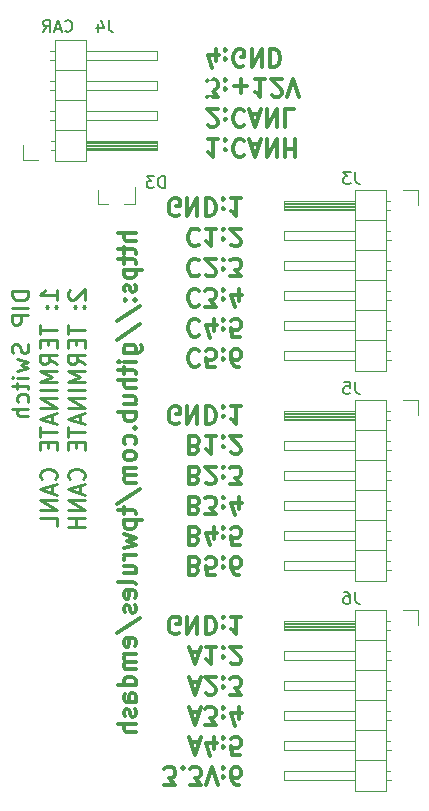
<source format=gbo>
G04 #@! TF.FileFunction,Legend,Bot*
%FSLAX46Y46*%
G04 Gerber Fmt 4.6, Leading zero omitted, Abs format (unit mm)*
G04 Created by KiCad (PCBNEW 4.0.7) date Saturday, June 23, 2018 'PMt' 03:17:16 PM*
%MOMM*%
%LPD*%
G01*
G04 APERTURE LIST*
%ADD10C,0.100000*%
%ADD11C,0.300000*%
%ADD12C,0.280000*%
%ADD13C,0.120000*%
%ADD14C,0.150000*%
%ADD15R,2.000000X2.000000*%
%ADD16O,2.000000X2.000000*%
%ADD17C,6.800000*%
%ADD18C,0.480000*%
%ADD19R,1.400000X1.400000*%
%ADD20O,1.400000X1.400000*%
%ADD21R,2.100000X2.100000*%
%ADD22O,2.100000X2.100000*%
%ADD23R,1.200000X1.300000*%
G04 APERTURE END LIST*
D10*
D11*
X234278571Y-73492855D02*
X232778571Y-73492855D01*
X234278571Y-74135712D02*
X233492857Y-74135712D01*
X233350000Y-74064283D01*
X233278571Y-73921426D01*
X233278571Y-73707141D01*
X233350000Y-73564283D01*
X233421429Y-73492855D01*
X233278571Y-74635712D02*
X233278571Y-75207141D01*
X232778571Y-74849998D02*
X234064286Y-74849998D01*
X234207143Y-74921426D01*
X234278571Y-75064284D01*
X234278571Y-75207141D01*
X233278571Y-75492855D02*
X233278571Y-76064284D01*
X232778571Y-75707141D02*
X234064286Y-75707141D01*
X234207143Y-75778569D01*
X234278571Y-75921427D01*
X234278571Y-76064284D01*
X233278571Y-76564284D02*
X234778571Y-76564284D01*
X233350000Y-76564284D02*
X233278571Y-76707141D01*
X233278571Y-76992855D01*
X233350000Y-77135712D01*
X233421429Y-77207141D01*
X233564286Y-77278570D01*
X233992857Y-77278570D01*
X234135714Y-77207141D01*
X234207143Y-77135712D01*
X234278571Y-76992855D01*
X234278571Y-76707141D01*
X234207143Y-76564284D01*
X234207143Y-77849998D02*
X234278571Y-77992855D01*
X234278571Y-78278570D01*
X234207143Y-78421427D01*
X234064286Y-78492855D01*
X233992857Y-78492855D01*
X233850000Y-78421427D01*
X233778571Y-78278570D01*
X233778571Y-78064284D01*
X233707143Y-77921427D01*
X233564286Y-77849998D01*
X233492857Y-77849998D01*
X233350000Y-77921427D01*
X233278571Y-78064284D01*
X233278571Y-78278570D01*
X233350000Y-78421427D01*
X234135714Y-79135713D02*
X234207143Y-79207141D01*
X234278571Y-79135713D01*
X234207143Y-79064284D01*
X234135714Y-79135713D01*
X234278571Y-79135713D01*
X233350000Y-79135713D02*
X233421429Y-79207141D01*
X233492857Y-79135713D01*
X233421429Y-79064284D01*
X233350000Y-79135713D01*
X233492857Y-79135713D01*
X232707143Y-80921427D02*
X234635714Y-79635713D01*
X232707143Y-82492856D02*
X234635714Y-81207142D01*
X233278571Y-83635714D02*
X234492857Y-83635714D01*
X234635714Y-83564285D01*
X234707143Y-83492857D01*
X234778571Y-83350000D01*
X234778571Y-83135714D01*
X234707143Y-82992857D01*
X234207143Y-83635714D02*
X234278571Y-83492857D01*
X234278571Y-83207143D01*
X234207143Y-83064285D01*
X234135714Y-82992857D01*
X233992857Y-82921428D01*
X233564286Y-82921428D01*
X233421429Y-82992857D01*
X233350000Y-83064285D01*
X233278571Y-83207143D01*
X233278571Y-83492857D01*
X233350000Y-83635714D01*
X234278571Y-84350000D02*
X233278571Y-84350000D01*
X232778571Y-84350000D02*
X232850000Y-84278571D01*
X232921429Y-84350000D01*
X232850000Y-84421428D01*
X232778571Y-84350000D01*
X232921429Y-84350000D01*
X233278571Y-84850000D02*
X233278571Y-85421429D01*
X232778571Y-85064286D02*
X234064286Y-85064286D01*
X234207143Y-85135714D01*
X234278571Y-85278572D01*
X234278571Y-85421429D01*
X234278571Y-85921429D02*
X232778571Y-85921429D01*
X234278571Y-86564286D02*
X233492857Y-86564286D01*
X233350000Y-86492857D01*
X233278571Y-86350000D01*
X233278571Y-86135715D01*
X233350000Y-85992857D01*
X233421429Y-85921429D01*
X233278571Y-87921429D02*
X234278571Y-87921429D01*
X233278571Y-87278572D02*
X234064286Y-87278572D01*
X234207143Y-87350000D01*
X234278571Y-87492858D01*
X234278571Y-87707143D01*
X234207143Y-87850000D01*
X234135714Y-87921429D01*
X234278571Y-88635715D02*
X232778571Y-88635715D01*
X233350000Y-88635715D02*
X233278571Y-88778572D01*
X233278571Y-89064286D01*
X233350000Y-89207143D01*
X233421429Y-89278572D01*
X233564286Y-89350001D01*
X233992857Y-89350001D01*
X234135714Y-89278572D01*
X234207143Y-89207143D01*
X234278571Y-89064286D01*
X234278571Y-88778572D01*
X234207143Y-88635715D01*
X234135714Y-89992858D02*
X234207143Y-90064286D01*
X234278571Y-89992858D01*
X234207143Y-89921429D01*
X234135714Y-89992858D01*
X234278571Y-89992858D01*
X234207143Y-91350001D02*
X234278571Y-91207144D01*
X234278571Y-90921430D01*
X234207143Y-90778572D01*
X234135714Y-90707144D01*
X233992857Y-90635715D01*
X233564286Y-90635715D01*
X233421429Y-90707144D01*
X233350000Y-90778572D01*
X233278571Y-90921430D01*
X233278571Y-91207144D01*
X233350000Y-91350001D01*
X234278571Y-92207144D02*
X234207143Y-92064286D01*
X234135714Y-91992858D01*
X233992857Y-91921429D01*
X233564286Y-91921429D01*
X233421429Y-91992858D01*
X233350000Y-92064286D01*
X233278571Y-92207144D01*
X233278571Y-92421429D01*
X233350000Y-92564286D01*
X233421429Y-92635715D01*
X233564286Y-92707144D01*
X233992857Y-92707144D01*
X234135714Y-92635715D01*
X234207143Y-92564286D01*
X234278571Y-92421429D01*
X234278571Y-92207144D01*
X234278571Y-93350001D02*
X233278571Y-93350001D01*
X233421429Y-93350001D02*
X233350000Y-93421429D01*
X233278571Y-93564287D01*
X233278571Y-93778572D01*
X233350000Y-93921429D01*
X233492857Y-93992858D01*
X234278571Y-93992858D01*
X233492857Y-93992858D02*
X233350000Y-94064287D01*
X233278571Y-94207144D01*
X233278571Y-94421429D01*
X233350000Y-94564287D01*
X233492857Y-94635715D01*
X234278571Y-94635715D01*
X232707143Y-96421429D02*
X234635714Y-95135715D01*
X233278571Y-96707144D02*
X233278571Y-97278573D01*
X232778571Y-96921430D02*
X234064286Y-96921430D01*
X234207143Y-96992858D01*
X234278571Y-97135716D01*
X234278571Y-97278573D01*
X233278571Y-97778573D02*
X234778571Y-97778573D01*
X233350000Y-97778573D02*
X233278571Y-97921430D01*
X233278571Y-98207144D01*
X233350000Y-98350001D01*
X233421429Y-98421430D01*
X233564286Y-98492859D01*
X233992857Y-98492859D01*
X234135714Y-98421430D01*
X234207143Y-98350001D01*
X234278571Y-98207144D01*
X234278571Y-97921430D01*
X234207143Y-97778573D01*
X233278571Y-98992859D02*
X234278571Y-99278573D01*
X233564286Y-99564287D01*
X234278571Y-99850002D01*
X233278571Y-100135716D01*
X234278571Y-100707145D02*
X233278571Y-100707145D01*
X233564286Y-100707145D02*
X233421429Y-100778573D01*
X233350000Y-100850002D01*
X233278571Y-100992859D01*
X233278571Y-101135716D01*
X233278571Y-102278573D02*
X234278571Y-102278573D01*
X233278571Y-101635716D02*
X234064286Y-101635716D01*
X234207143Y-101707144D01*
X234278571Y-101850002D01*
X234278571Y-102064287D01*
X234207143Y-102207144D01*
X234135714Y-102278573D01*
X234278571Y-103207145D02*
X234207143Y-103064287D01*
X234064286Y-102992859D01*
X232778571Y-102992859D01*
X234207143Y-104350001D02*
X234278571Y-104207144D01*
X234278571Y-103921430D01*
X234207143Y-103778573D01*
X234064286Y-103707144D01*
X233492857Y-103707144D01*
X233350000Y-103778573D01*
X233278571Y-103921430D01*
X233278571Y-104207144D01*
X233350000Y-104350001D01*
X233492857Y-104421430D01*
X233635714Y-104421430D01*
X233778571Y-103707144D01*
X234207143Y-104992858D02*
X234278571Y-105135715D01*
X234278571Y-105421430D01*
X234207143Y-105564287D01*
X234064286Y-105635715D01*
X233992857Y-105635715D01*
X233850000Y-105564287D01*
X233778571Y-105421430D01*
X233778571Y-105207144D01*
X233707143Y-105064287D01*
X233564286Y-104992858D01*
X233492857Y-104992858D01*
X233350000Y-105064287D01*
X233278571Y-105207144D01*
X233278571Y-105421430D01*
X233350000Y-105564287D01*
X232707143Y-107350001D02*
X234635714Y-106064287D01*
X234207143Y-108421430D02*
X234278571Y-108278573D01*
X234278571Y-107992859D01*
X234207143Y-107850002D01*
X234064286Y-107778573D01*
X233492857Y-107778573D01*
X233350000Y-107850002D01*
X233278571Y-107992859D01*
X233278571Y-108278573D01*
X233350000Y-108421430D01*
X233492857Y-108492859D01*
X233635714Y-108492859D01*
X233778571Y-107778573D01*
X234278571Y-109135716D02*
X233278571Y-109135716D01*
X233421429Y-109135716D02*
X233350000Y-109207144D01*
X233278571Y-109350002D01*
X233278571Y-109564287D01*
X233350000Y-109707144D01*
X233492857Y-109778573D01*
X234278571Y-109778573D01*
X233492857Y-109778573D02*
X233350000Y-109850002D01*
X233278571Y-109992859D01*
X233278571Y-110207144D01*
X233350000Y-110350002D01*
X233492857Y-110421430D01*
X234278571Y-110421430D01*
X234278571Y-111778573D02*
X232778571Y-111778573D01*
X234207143Y-111778573D02*
X234278571Y-111635716D01*
X234278571Y-111350002D01*
X234207143Y-111207144D01*
X234135714Y-111135716D01*
X233992857Y-111064287D01*
X233564286Y-111064287D01*
X233421429Y-111135716D01*
X233350000Y-111207144D01*
X233278571Y-111350002D01*
X233278571Y-111635716D01*
X233350000Y-111778573D01*
X234278571Y-113135716D02*
X233492857Y-113135716D01*
X233350000Y-113064287D01*
X233278571Y-112921430D01*
X233278571Y-112635716D01*
X233350000Y-112492859D01*
X234207143Y-113135716D02*
X234278571Y-112992859D01*
X234278571Y-112635716D01*
X234207143Y-112492859D01*
X234064286Y-112421430D01*
X233921429Y-112421430D01*
X233778571Y-112492859D01*
X233707143Y-112635716D01*
X233707143Y-112992859D01*
X233635714Y-113135716D01*
X234207143Y-113778573D02*
X234278571Y-113921430D01*
X234278571Y-114207145D01*
X234207143Y-114350002D01*
X234064286Y-114421430D01*
X233992857Y-114421430D01*
X233850000Y-114350002D01*
X233778571Y-114207145D01*
X233778571Y-113992859D01*
X233707143Y-113850002D01*
X233564286Y-113778573D01*
X233492857Y-113778573D01*
X233350000Y-113850002D01*
X233278571Y-113992859D01*
X233278571Y-114207145D01*
X233350000Y-114350002D01*
X234278571Y-115064288D02*
X232778571Y-115064288D01*
X234278571Y-115707145D02*
X233492857Y-115707145D01*
X233350000Y-115635716D01*
X233278571Y-115492859D01*
X233278571Y-115278574D01*
X233350000Y-115135716D01*
X233421429Y-115064288D01*
X239642858Y-83439286D02*
X239571429Y-83367857D01*
X239357143Y-83296429D01*
X239214286Y-83296429D01*
X239000001Y-83367857D01*
X238857143Y-83510714D01*
X238785715Y-83653571D01*
X238714286Y-83939286D01*
X238714286Y-84153571D01*
X238785715Y-84439286D01*
X238857143Y-84582143D01*
X239000001Y-84725000D01*
X239214286Y-84796429D01*
X239357143Y-84796429D01*
X239571429Y-84725000D01*
X239642858Y-84653571D01*
X241000001Y-84796429D02*
X240285715Y-84796429D01*
X240214286Y-84082143D01*
X240285715Y-84153571D01*
X240428572Y-84225000D01*
X240785715Y-84225000D01*
X240928572Y-84153571D01*
X241000001Y-84082143D01*
X241071429Y-83939286D01*
X241071429Y-83582143D01*
X241000001Y-83439286D01*
X240928572Y-83367857D01*
X240785715Y-83296429D01*
X240428572Y-83296429D01*
X240285715Y-83367857D01*
X240214286Y-83439286D01*
X241714286Y-83439286D02*
X241785714Y-83367857D01*
X241714286Y-83296429D01*
X241642857Y-83367857D01*
X241714286Y-83439286D01*
X241714286Y-83296429D01*
X241714286Y-84225000D02*
X241785714Y-84153571D01*
X241714286Y-84082143D01*
X241642857Y-84153571D01*
X241714286Y-84225000D01*
X241714286Y-84082143D01*
X243071429Y-84796429D02*
X242785715Y-84796429D01*
X242642858Y-84725000D01*
X242571429Y-84653571D01*
X242428572Y-84439286D01*
X242357143Y-84153571D01*
X242357143Y-83582143D01*
X242428572Y-83439286D01*
X242500000Y-83367857D01*
X242642858Y-83296429D01*
X242928572Y-83296429D01*
X243071429Y-83367857D01*
X243142858Y-83439286D01*
X243214286Y-83582143D01*
X243214286Y-83939286D01*
X243142858Y-84082143D01*
X243071429Y-84153571D01*
X242928572Y-84225000D01*
X242642858Y-84225000D01*
X242500000Y-84153571D01*
X242428572Y-84082143D01*
X242357143Y-83939286D01*
X239642858Y-80889286D02*
X239571429Y-80817857D01*
X239357143Y-80746429D01*
X239214286Y-80746429D01*
X239000001Y-80817857D01*
X238857143Y-80960714D01*
X238785715Y-81103571D01*
X238714286Y-81389286D01*
X238714286Y-81603571D01*
X238785715Y-81889286D01*
X238857143Y-82032143D01*
X239000001Y-82175000D01*
X239214286Y-82246429D01*
X239357143Y-82246429D01*
X239571429Y-82175000D01*
X239642858Y-82103571D01*
X240928572Y-81746429D02*
X240928572Y-80746429D01*
X240571429Y-82317857D02*
X240214286Y-81246429D01*
X241142858Y-81246429D01*
X241714286Y-80889286D02*
X241785714Y-80817857D01*
X241714286Y-80746429D01*
X241642857Y-80817857D01*
X241714286Y-80889286D01*
X241714286Y-80746429D01*
X241714286Y-81675000D02*
X241785714Y-81603571D01*
X241714286Y-81532143D01*
X241642857Y-81603571D01*
X241714286Y-81675000D01*
X241714286Y-81532143D01*
X243142858Y-82246429D02*
X242428572Y-82246429D01*
X242357143Y-81532143D01*
X242428572Y-81603571D01*
X242571429Y-81675000D01*
X242928572Y-81675000D01*
X243071429Y-81603571D01*
X243142858Y-81532143D01*
X243214286Y-81389286D01*
X243214286Y-81032143D01*
X243142858Y-80889286D01*
X243071429Y-80817857D01*
X242928572Y-80746429D01*
X242571429Y-80746429D01*
X242428572Y-80817857D01*
X242357143Y-80889286D01*
X239642858Y-78339286D02*
X239571429Y-78267857D01*
X239357143Y-78196429D01*
X239214286Y-78196429D01*
X239000001Y-78267857D01*
X238857143Y-78410714D01*
X238785715Y-78553571D01*
X238714286Y-78839286D01*
X238714286Y-79053571D01*
X238785715Y-79339286D01*
X238857143Y-79482143D01*
X239000001Y-79625000D01*
X239214286Y-79696429D01*
X239357143Y-79696429D01*
X239571429Y-79625000D01*
X239642858Y-79553571D01*
X240142858Y-79696429D02*
X241071429Y-79696429D01*
X240571429Y-79125000D01*
X240785715Y-79125000D01*
X240928572Y-79053571D01*
X241000001Y-78982143D01*
X241071429Y-78839286D01*
X241071429Y-78482143D01*
X241000001Y-78339286D01*
X240928572Y-78267857D01*
X240785715Y-78196429D01*
X240357143Y-78196429D01*
X240214286Y-78267857D01*
X240142858Y-78339286D01*
X241714286Y-78339286D02*
X241785714Y-78267857D01*
X241714286Y-78196429D01*
X241642857Y-78267857D01*
X241714286Y-78339286D01*
X241714286Y-78196429D01*
X241714286Y-79125000D02*
X241785714Y-79053571D01*
X241714286Y-78982143D01*
X241642857Y-79053571D01*
X241714286Y-79125000D01*
X241714286Y-78982143D01*
X243071429Y-79196429D02*
X243071429Y-78196429D01*
X242714286Y-79767857D02*
X242357143Y-78696429D01*
X243285715Y-78696429D01*
X239642858Y-75789286D02*
X239571429Y-75717857D01*
X239357143Y-75646429D01*
X239214286Y-75646429D01*
X239000001Y-75717857D01*
X238857143Y-75860714D01*
X238785715Y-76003571D01*
X238714286Y-76289286D01*
X238714286Y-76503571D01*
X238785715Y-76789286D01*
X238857143Y-76932143D01*
X239000001Y-77075000D01*
X239214286Y-77146429D01*
X239357143Y-77146429D01*
X239571429Y-77075000D01*
X239642858Y-77003571D01*
X240214286Y-77003571D02*
X240285715Y-77075000D01*
X240428572Y-77146429D01*
X240785715Y-77146429D01*
X240928572Y-77075000D01*
X241000001Y-77003571D01*
X241071429Y-76860714D01*
X241071429Y-76717857D01*
X241000001Y-76503571D01*
X240142858Y-75646429D01*
X241071429Y-75646429D01*
X241714286Y-75789286D02*
X241785714Y-75717857D01*
X241714286Y-75646429D01*
X241642857Y-75717857D01*
X241714286Y-75789286D01*
X241714286Y-75646429D01*
X241714286Y-76575000D02*
X241785714Y-76503571D01*
X241714286Y-76432143D01*
X241642857Y-76503571D01*
X241714286Y-76575000D01*
X241714286Y-76432143D01*
X242285715Y-77146429D02*
X243214286Y-77146429D01*
X242714286Y-76575000D01*
X242928572Y-76575000D01*
X243071429Y-76503571D01*
X243142858Y-76432143D01*
X243214286Y-76289286D01*
X243214286Y-75932143D01*
X243142858Y-75789286D01*
X243071429Y-75717857D01*
X242928572Y-75646429D01*
X242500000Y-75646429D01*
X242357143Y-75717857D01*
X242285715Y-75789286D01*
X239642858Y-73239286D02*
X239571429Y-73167857D01*
X239357143Y-73096429D01*
X239214286Y-73096429D01*
X239000001Y-73167857D01*
X238857143Y-73310714D01*
X238785715Y-73453571D01*
X238714286Y-73739286D01*
X238714286Y-73953571D01*
X238785715Y-74239286D01*
X238857143Y-74382143D01*
X239000001Y-74525000D01*
X239214286Y-74596429D01*
X239357143Y-74596429D01*
X239571429Y-74525000D01*
X239642858Y-74453571D01*
X241071429Y-73096429D02*
X240214286Y-73096429D01*
X240642858Y-73096429D02*
X240642858Y-74596429D01*
X240500001Y-74382143D01*
X240357143Y-74239286D01*
X240214286Y-74167857D01*
X241714286Y-73239286D02*
X241785714Y-73167857D01*
X241714286Y-73096429D01*
X241642857Y-73167857D01*
X241714286Y-73239286D01*
X241714286Y-73096429D01*
X241714286Y-74025000D02*
X241785714Y-73953571D01*
X241714286Y-73882143D01*
X241642857Y-73953571D01*
X241714286Y-74025000D01*
X241714286Y-73882143D01*
X242357143Y-74453571D02*
X242428572Y-74525000D01*
X242571429Y-74596429D01*
X242928572Y-74596429D01*
X243071429Y-74525000D01*
X243142858Y-74453571D01*
X243214286Y-74310714D01*
X243214286Y-74167857D01*
X243142858Y-73953571D01*
X242285715Y-73096429D01*
X243214286Y-73096429D01*
X237928571Y-71975000D02*
X237785714Y-72046429D01*
X237571428Y-72046429D01*
X237357143Y-71975000D01*
X237214285Y-71832143D01*
X237142857Y-71689286D01*
X237071428Y-71403571D01*
X237071428Y-71189286D01*
X237142857Y-70903571D01*
X237214285Y-70760714D01*
X237357143Y-70617857D01*
X237571428Y-70546429D01*
X237714285Y-70546429D01*
X237928571Y-70617857D01*
X238000000Y-70689286D01*
X238000000Y-71189286D01*
X237714285Y-71189286D01*
X238642857Y-70546429D02*
X238642857Y-72046429D01*
X239500000Y-70546429D01*
X239500000Y-72046429D01*
X240214286Y-70546429D02*
X240214286Y-72046429D01*
X240571429Y-72046429D01*
X240785714Y-71975000D01*
X240928572Y-71832143D01*
X241000000Y-71689286D01*
X241071429Y-71403571D01*
X241071429Y-71189286D01*
X241000000Y-70903571D01*
X240928572Y-70760714D01*
X240785714Y-70617857D01*
X240571429Y-70546429D01*
X240214286Y-70546429D01*
X241714286Y-70689286D02*
X241785714Y-70617857D01*
X241714286Y-70546429D01*
X241642857Y-70617857D01*
X241714286Y-70689286D01*
X241714286Y-70546429D01*
X241714286Y-71475000D02*
X241785714Y-71403571D01*
X241714286Y-71332143D01*
X241642857Y-71403571D01*
X241714286Y-71475000D01*
X241714286Y-71332143D01*
X243214286Y-70546429D02*
X242357143Y-70546429D01*
X242785715Y-70546429D02*
X242785715Y-72046429D01*
X242642858Y-71832143D01*
X242500000Y-71689286D01*
X242357143Y-71617857D01*
X241242857Y-65546429D02*
X240385714Y-65546429D01*
X240814286Y-65546429D02*
X240814286Y-67046429D01*
X240671429Y-66832143D01*
X240528571Y-66689286D01*
X240385714Y-66617857D01*
X241885714Y-65689286D02*
X241957142Y-65617857D01*
X241885714Y-65546429D01*
X241814285Y-65617857D01*
X241885714Y-65689286D01*
X241885714Y-65546429D01*
X241885714Y-66475000D02*
X241957142Y-66403571D01*
X241885714Y-66332143D01*
X241814285Y-66403571D01*
X241885714Y-66475000D01*
X241885714Y-66332143D01*
X243457143Y-65689286D02*
X243385714Y-65617857D01*
X243171428Y-65546429D01*
X243028571Y-65546429D01*
X242814286Y-65617857D01*
X242671428Y-65760714D01*
X242600000Y-65903571D01*
X242528571Y-66189286D01*
X242528571Y-66403571D01*
X242600000Y-66689286D01*
X242671428Y-66832143D01*
X242814286Y-66975000D01*
X243028571Y-67046429D01*
X243171428Y-67046429D01*
X243385714Y-66975000D01*
X243457143Y-66903571D01*
X244028571Y-65975000D02*
X244742857Y-65975000D01*
X243885714Y-65546429D02*
X244385714Y-67046429D01*
X244885714Y-65546429D01*
X245385714Y-65546429D02*
X245385714Y-67046429D01*
X246242857Y-65546429D01*
X246242857Y-67046429D01*
X246957143Y-65546429D02*
X246957143Y-67046429D01*
X246957143Y-66332143D02*
X247814286Y-66332143D01*
X247814286Y-65546429D02*
X247814286Y-67046429D01*
X240385714Y-64353571D02*
X240457143Y-64425000D01*
X240600000Y-64496429D01*
X240957143Y-64496429D01*
X241100000Y-64425000D01*
X241171429Y-64353571D01*
X241242857Y-64210714D01*
X241242857Y-64067857D01*
X241171429Y-63853571D01*
X240314286Y-62996429D01*
X241242857Y-62996429D01*
X241885714Y-63139286D02*
X241957142Y-63067857D01*
X241885714Y-62996429D01*
X241814285Y-63067857D01*
X241885714Y-63139286D01*
X241885714Y-62996429D01*
X241885714Y-63925000D02*
X241957142Y-63853571D01*
X241885714Y-63782143D01*
X241814285Y-63853571D01*
X241885714Y-63925000D01*
X241885714Y-63782143D01*
X243457143Y-63139286D02*
X243385714Y-63067857D01*
X243171428Y-62996429D01*
X243028571Y-62996429D01*
X242814286Y-63067857D01*
X242671428Y-63210714D01*
X242600000Y-63353571D01*
X242528571Y-63639286D01*
X242528571Y-63853571D01*
X242600000Y-64139286D01*
X242671428Y-64282143D01*
X242814286Y-64425000D01*
X243028571Y-64496429D01*
X243171428Y-64496429D01*
X243385714Y-64425000D01*
X243457143Y-64353571D01*
X244028571Y-63425000D02*
X244742857Y-63425000D01*
X243885714Y-62996429D02*
X244385714Y-64496429D01*
X244885714Y-62996429D01*
X245385714Y-62996429D02*
X245385714Y-64496429D01*
X246242857Y-62996429D01*
X246242857Y-64496429D01*
X247671429Y-62996429D02*
X246957143Y-62996429D01*
X246957143Y-64496429D01*
X240314286Y-61946429D02*
X241242857Y-61946429D01*
X240742857Y-61375000D01*
X240957143Y-61375000D01*
X241100000Y-61303571D01*
X241171429Y-61232143D01*
X241242857Y-61089286D01*
X241242857Y-60732143D01*
X241171429Y-60589286D01*
X241100000Y-60517857D01*
X240957143Y-60446429D01*
X240528571Y-60446429D01*
X240385714Y-60517857D01*
X240314286Y-60589286D01*
X241885714Y-60589286D02*
X241957142Y-60517857D01*
X241885714Y-60446429D01*
X241814285Y-60517857D01*
X241885714Y-60589286D01*
X241885714Y-60446429D01*
X241885714Y-61375000D02*
X241957142Y-61303571D01*
X241885714Y-61232143D01*
X241814285Y-61303571D01*
X241885714Y-61375000D01*
X241885714Y-61232143D01*
X242600000Y-61017857D02*
X243742857Y-61017857D01*
X243171428Y-60446429D02*
X243171428Y-61589286D01*
X245242857Y-60446429D02*
X244385714Y-60446429D01*
X244814286Y-60446429D02*
X244814286Y-61946429D01*
X244671429Y-61732143D01*
X244528571Y-61589286D01*
X244385714Y-61517857D01*
X245814285Y-61803571D02*
X245885714Y-61875000D01*
X246028571Y-61946429D01*
X246385714Y-61946429D01*
X246528571Y-61875000D01*
X246600000Y-61803571D01*
X246671428Y-61660714D01*
X246671428Y-61517857D01*
X246600000Y-61303571D01*
X245742857Y-60446429D01*
X246671428Y-60446429D01*
X247099999Y-61946429D02*
X247599999Y-60446429D01*
X248099999Y-61946429D01*
X241100000Y-58896429D02*
X241100000Y-57896429D01*
X240742857Y-59467857D02*
X240385714Y-58396429D01*
X241314286Y-58396429D01*
X241885714Y-58039286D02*
X241957142Y-57967857D01*
X241885714Y-57896429D01*
X241814285Y-57967857D01*
X241885714Y-58039286D01*
X241885714Y-57896429D01*
X241885714Y-58825000D02*
X241957142Y-58753571D01*
X241885714Y-58682143D01*
X241814285Y-58753571D01*
X241885714Y-58825000D01*
X241885714Y-58682143D01*
X243385714Y-59325000D02*
X243242857Y-59396429D01*
X243028571Y-59396429D01*
X242814286Y-59325000D01*
X242671428Y-59182143D01*
X242600000Y-59039286D01*
X242528571Y-58753571D01*
X242528571Y-58539286D01*
X242600000Y-58253571D01*
X242671428Y-58110714D01*
X242814286Y-57967857D01*
X243028571Y-57896429D01*
X243171428Y-57896429D01*
X243385714Y-57967857D01*
X243457143Y-58039286D01*
X243457143Y-58539286D01*
X243171428Y-58539286D01*
X244100000Y-57896429D02*
X244100000Y-59396429D01*
X244957143Y-57896429D01*
X244957143Y-59396429D01*
X245671429Y-57896429D02*
X245671429Y-59396429D01*
X246028572Y-59396429D01*
X246242857Y-59325000D01*
X246385715Y-59182143D01*
X246457143Y-59039286D01*
X246528572Y-58753571D01*
X246528572Y-58539286D01*
X246457143Y-58253571D01*
X246385715Y-58110714D01*
X246242857Y-57967857D01*
X246028572Y-57896429D01*
X245671429Y-57896429D01*
X236714287Y-120196429D02*
X237642858Y-120196429D01*
X237142858Y-119625000D01*
X237357144Y-119625000D01*
X237500001Y-119553571D01*
X237571430Y-119482143D01*
X237642858Y-119339286D01*
X237642858Y-118982143D01*
X237571430Y-118839286D01*
X237500001Y-118767857D01*
X237357144Y-118696429D01*
X236928572Y-118696429D01*
X236785715Y-118767857D01*
X236714287Y-118839286D01*
X238285715Y-118839286D02*
X238357143Y-118767857D01*
X238285715Y-118696429D01*
X238214286Y-118767857D01*
X238285715Y-118839286D01*
X238285715Y-118696429D01*
X238857144Y-120196429D02*
X239785715Y-120196429D01*
X239285715Y-119625000D01*
X239500001Y-119625000D01*
X239642858Y-119553571D01*
X239714287Y-119482143D01*
X239785715Y-119339286D01*
X239785715Y-118982143D01*
X239714287Y-118839286D01*
X239642858Y-118767857D01*
X239500001Y-118696429D01*
X239071429Y-118696429D01*
X238928572Y-118767857D01*
X238857144Y-118839286D01*
X240214286Y-120196429D02*
X240714286Y-118696429D01*
X241214286Y-120196429D01*
X241714286Y-118839286D02*
X241785714Y-118767857D01*
X241714286Y-118696429D01*
X241642857Y-118767857D01*
X241714286Y-118839286D01*
X241714286Y-118696429D01*
X241714286Y-119625000D02*
X241785714Y-119553571D01*
X241714286Y-119482143D01*
X241642857Y-119553571D01*
X241714286Y-119625000D01*
X241714286Y-119482143D01*
X243071429Y-120196429D02*
X242785715Y-120196429D01*
X242642858Y-120125000D01*
X242571429Y-120053571D01*
X242428572Y-119839286D01*
X242357143Y-119553571D01*
X242357143Y-118982143D01*
X242428572Y-118839286D01*
X242500000Y-118767857D01*
X242642858Y-118696429D01*
X242928572Y-118696429D01*
X243071429Y-118767857D01*
X243142858Y-118839286D01*
X243214286Y-118982143D01*
X243214286Y-119339286D01*
X243142858Y-119482143D01*
X243071429Y-119553571D01*
X242928572Y-119625000D01*
X242642858Y-119625000D01*
X242500000Y-119553571D01*
X242428572Y-119482143D01*
X242357143Y-119339286D01*
X238928572Y-116575000D02*
X239642858Y-116575000D01*
X238785715Y-116146429D02*
X239285715Y-117646429D01*
X239785715Y-116146429D01*
X240928572Y-117146429D02*
X240928572Y-116146429D01*
X240571429Y-117717857D02*
X240214286Y-116646429D01*
X241142858Y-116646429D01*
X241714286Y-116289286D02*
X241785714Y-116217857D01*
X241714286Y-116146429D01*
X241642857Y-116217857D01*
X241714286Y-116289286D01*
X241714286Y-116146429D01*
X241714286Y-117075000D02*
X241785714Y-117003571D01*
X241714286Y-116932143D01*
X241642857Y-117003571D01*
X241714286Y-117075000D01*
X241714286Y-116932143D01*
X243142858Y-117646429D02*
X242428572Y-117646429D01*
X242357143Y-116932143D01*
X242428572Y-117003571D01*
X242571429Y-117075000D01*
X242928572Y-117075000D01*
X243071429Y-117003571D01*
X243142858Y-116932143D01*
X243214286Y-116789286D01*
X243214286Y-116432143D01*
X243142858Y-116289286D01*
X243071429Y-116217857D01*
X242928572Y-116146429D01*
X242571429Y-116146429D01*
X242428572Y-116217857D01*
X242357143Y-116289286D01*
X238928572Y-114025000D02*
X239642858Y-114025000D01*
X238785715Y-113596429D02*
X239285715Y-115096429D01*
X239785715Y-113596429D01*
X240142858Y-115096429D02*
X241071429Y-115096429D01*
X240571429Y-114525000D01*
X240785715Y-114525000D01*
X240928572Y-114453571D01*
X241000001Y-114382143D01*
X241071429Y-114239286D01*
X241071429Y-113882143D01*
X241000001Y-113739286D01*
X240928572Y-113667857D01*
X240785715Y-113596429D01*
X240357143Y-113596429D01*
X240214286Y-113667857D01*
X240142858Y-113739286D01*
X241714286Y-113739286D02*
X241785714Y-113667857D01*
X241714286Y-113596429D01*
X241642857Y-113667857D01*
X241714286Y-113739286D01*
X241714286Y-113596429D01*
X241714286Y-114525000D02*
X241785714Y-114453571D01*
X241714286Y-114382143D01*
X241642857Y-114453571D01*
X241714286Y-114525000D01*
X241714286Y-114382143D01*
X243071429Y-114596429D02*
X243071429Y-113596429D01*
X242714286Y-115167857D02*
X242357143Y-114096429D01*
X243285715Y-114096429D01*
X238928572Y-111475000D02*
X239642858Y-111475000D01*
X238785715Y-111046429D02*
X239285715Y-112546429D01*
X239785715Y-111046429D01*
X240214286Y-112403571D02*
X240285715Y-112475000D01*
X240428572Y-112546429D01*
X240785715Y-112546429D01*
X240928572Y-112475000D01*
X241000001Y-112403571D01*
X241071429Y-112260714D01*
X241071429Y-112117857D01*
X241000001Y-111903571D01*
X240142858Y-111046429D01*
X241071429Y-111046429D01*
X241714286Y-111189286D02*
X241785714Y-111117857D01*
X241714286Y-111046429D01*
X241642857Y-111117857D01*
X241714286Y-111189286D01*
X241714286Y-111046429D01*
X241714286Y-111975000D02*
X241785714Y-111903571D01*
X241714286Y-111832143D01*
X241642857Y-111903571D01*
X241714286Y-111975000D01*
X241714286Y-111832143D01*
X242285715Y-112546429D02*
X243214286Y-112546429D01*
X242714286Y-111975000D01*
X242928572Y-111975000D01*
X243071429Y-111903571D01*
X243142858Y-111832143D01*
X243214286Y-111689286D01*
X243214286Y-111332143D01*
X243142858Y-111189286D01*
X243071429Y-111117857D01*
X242928572Y-111046429D01*
X242500000Y-111046429D01*
X242357143Y-111117857D01*
X242285715Y-111189286D01*
X238928572Y-108925000D02*
X239642858Y-108925000D01*
X238785715Y-108496429D02*
X239285715Y-109996429D01*
X239785715Y-108496429D01*
X241071429Y-108496429D02*
X240214286Y-108496429D01*
X240642858Y-108496429D02*
X240642858Y-109996429D01*
X240500001Y-109782143D01*
X240357143Y-109639286D01*
X240214286Y-109567857D01*
X241714286Y-108639286D02*
X241785714Y-108567857D01*
X241714286Y-108496429D01*
X241642857Y-108567857D01*
X241714286Y-108639286D01*
X241714286Y-108496429D01*
X241714286Y-109425000D02*
X241785714Y-109353571D01*
X241714286Y-109282143D01*
X241642857Y-109353571D01*
X241714286Y-109425000D01*
X241714286Y-109282143D01*
X242357143Y-109853571D02*
X242428572Y-109925000D01*
X242571429Y-109996429D01*
X242928572Y-109996429D01*
X243071429Y-109925000D01*
X243142858Y-109853571D01*
X243214286Y-109710714D01*
X243214286Y-109567857D01*
X243142858Y-109353571D01*
X242285715Y-108496429D01*
X243214286Y-108496429D01*
X237928571Y-107375000D02*
X237785714Y-107446429D01*
X237571428Y-107446429D01*
X237357143Y-107375000D01*
X237214285Y-107232143D01*
X237142857Y-107089286D01*
X237071428Y-106803571D01*
X237071428Y-106589286D01*
X237142857Y-106303571D01*
X237214285Y-106160714D01*
X237357143Y-106017857D01*
X237571428Y-105946429D01*
X237714285Y-105946429D01*
X237928571Y-106017857D01*
X238000000Y-106089286D01*
X238000000Y-106589286D01*
X237714285Y-106589286D01*
X238642857Y-105946429D02*
X238642857Y-107446429D01*
X239500000Y-105946429D01*
X239500000Y-107446429D01*
X240214286Y-105946429D02*
X240214286Y-107446429D01*
X240571429Y-107446429D01*
X240785714Y-107375000D01*
X240928572Y-107232143D01*
X241000000Y-107089286D01*
X241071429Y-106803571D01*
X241071429Y-106589286D01*
X241000000Y-106303571D01*
X240928572Y-106160714D01*
X240785714Y-106017857D01*
X240571429Y-105946429D01*
X240214286Y-105946429D01*
X241714286Y-106089286D02*
X241785714Y-106017857D01*
X241714286Y-105946429D01*
X241642857Y-106017857D01*
X241714286Y-106089286D01*
X241714286Y-105946429D01*
X241714286Y-106875000D02*
X241785714Y-106803571D01*
X241714286Y-106732143D01*
X241642857Y-106803571D01*
X241714286Y-106875000D01*
X241714286Y-106732143D01*
X243214286Y-105946429D02*
X242357143Y-105946429D01*
X242785715Y-105946429D02*
X242785715Y-107446429D01*
X242642858Y-107232143D01*
X242500000Y-107089286D01*
X242357143Y-107017857D01*
X239285715Y-101682143D02*
X239500001Y-101610714D01*
X239571429Y-101539286D01*
X239642858Y-101396429D01*
X239642858Y-101182143D01*
X239571429Y-101039286D01*
X239500001Y-100967857D01*
X239357143Y-100896429D01*
X238785715Y-100896429D01*
X238785715Y-102396429D01*
X239285715Y-102396429D01*
X239428572Y-102325000D01*
X239500001Y-102253571D01*
X239571429Y-102110714D01*
X239571429Y-101967857D01*
X239500001Y-101825000D01*
X239428572Y-101753571D01*
X239285715Y-101682143D01*
X238785715Y-101682143D01*
X241000001Y-102396429D02*
X240285715Y-102396429D01*
X240214286Y-101682143D01*
X240285715Y-101753571D01*
X240428572Y-101825000D01*
X240785715Y-101825000D01*
X240928572Y-101753571D01*
X241000001Y-101682143D01*
X241071429Y-101539286D01*
X241071429Y-101182143D01*
X241000001Y-101039286D01*
X240928572Y-100967857D01*
X240785715Y-100896429D01*
X240428572Y-100896429D01*
X240285715Y-100967857D01*
X240214286Y-101039286D01*
X241714286Y-101039286D02*
X241785714Y-100967857D01*
X241714286Y-100896429D01*
X241642857Y-100967857D01*
X241714286Y-101039286D01*
X241714286Y-100896429D01*
X241714286Y-101825000D02*
X241785714Y-101753571D01*
X241714286Y-101682143D01*
X241642857Y-101753571D01*
X241714286Y-101825000D01*
X241714286Y-101682143D01*
X243071429Y-102396429D02*
X242785715Y-102396429D01*
X242642858Y-102325000D01*
X242571429Y-102253571D01*
X242428572Y-102039286D01*
X242357143Y-101753571D01*
X242357143Y-101182143D01*
X242428572Y-101039286D01*
X242500000Y-100967857D01*
X242642858Y-100896429D01*
X242928572Y-100896429D01*
X243071429Y-100967857D01*
X243142858Y-101039286D01*
X243214286Y-101182143D01*
X243214286Y-101539286D01*
X243142858Y-101682143D01*
X243071429Y-101753571D01*
X242928572Y-101825000D01*
X242642858Y-101825000D01*
X242500000Y-101753571D01*
X242428572Y-101682143D01*
X242357143Y-101539286D01*
X239285715Y-99132143D02*
X239500001Y-99060714D01*
X239571429Y-98989286D01*
X239642858Y-98846429D01*
X239642858Y-98632143D01*
X239571429Y-98489286D01*
X239500001Y-98417857D01*
X239357143Y-98346429D01*
X238785715Y-98346429D01*
X238785715Y-99846429D01*
X239285715Y-99846429D01*
X239428572Y-99775000D01*
X239500001Y-99703571D01*
X239571429Y-99560714D01*
X239571429Y-99417857D01*
X239500001Y-99275000D01*
X239428572Y-99203571D01*
X239285715Y-99132143D01*
X238785715Y-99132143D01*
X240928572Y-99346429D02*
X240928572Y-98346429D01*
X240571429Y-99917857D02*
X240214286Y-98846429D01*
X241142858Y-98846429D01*
X241714286Y-98489286D02*
X241785714Y-98417857D01*
X241714286Y-98346429D01*
X241642857Y-98417857D01*
X241714286Y-98489286D01*
X241714286Y-98346429D01*
X241714286Y-99275000D02*
X241785714Y-99203571D01*
X241714286Y-99132143D01*
X241642857Y-99203571D01*
X241714286Y-99275000D01*
X241714286Y-99132143D01*
X243142858Y-99846429D02*
X242428572Y-99846429D01*
X242357143Y-99132143D01*
X242428572Y-99203571D01*
X242571429Y-99275000D01*
X242928572Y-99275000D01*
X243071429Y-99203571D01*
X243142858Y-99132143D01*
X243214286Y-98989286D01*
X243214286Y-98632143D01*
X243142858Y-98489286D01*
X243071429Y-98417857D01*
X242928572Y-98346429D01*
X242571429Y-98346429D01*
X242428572Y-98417857D01*
X242357143Y-98489286D01*
X239285715Y-96582143D02*
X239500001Y-96510714D01*
X239571429Y-96439286D01*
X239642858Y-96296429D01*
X239642858Y-96082143D01*
X239571429Y-95939286D01*
X239500001Y-95867857D01*
X239357143Y-95796429D01*
X238785715Y-95796429D01*
X238785715Y-97296429D01*
X239285715Y-97296429D01*
X239428572Y-97225000D01*
X239500001Y-97153571D01*
X239571429Y-97010714D01*
X239571429Y-96867857D01*
X239500001Y-96725000D01*
X239428572Y-96653571D01*
X239285715Y-96582143D01*
X238785715Y-96582143D01*
X240142858Y-97296429D02*
X241071429Y-97296429D01*
X240571429Y-96725000D01*
X240785715Y-96725000D01*
X240928572Y-96653571D01*
X241000001Y-96582143D01*
X241071429Y-96439286D01*
X241071429Y-96082143D01*
X241000001Y-95939286D01*
X240928572Y-95867857D01*
X240785715Y-95796429D01*
X240357143Y-95796429D01*
X240214286Y-95867857D01*
X240142858Y-95939286D01*
X241714286Y-95939286D02*
X241785714Y-95867857D01*
X241714286Y-95796429D01*
X241642857Y-95867857D01*
X241714286Y-95939286D01*
X241714286Y-95796429D01*
X241714286Y-96725000D02*
X241785714Y-96653571D01*
X241714286Y-96582143D01*
X241642857Y-96653571D01*
X241714286Y-96725000D01*
X241714286Y-96582143D01*
X243071429Y-96796429D02*
X243071429Y-95796429D01*
X242714286Y-97367857D02*
X242357143Y-96296429D01*
X243285715Y-96296429D01*
X239285715Y-94032143D02*
X239500001Y-93960714D01*
X239571429Y-93889286D01*
X239642858Y-93746429D01*
X239642858Y-93532143D01*
X239571429Y-93389286D01*
X239500001Y-93317857D01*
X239357143Y-93246429D01*
X238785715Y-93246429D01*
X238785715Y-94746429D01*
X239285715Y-94746429D01*
X239428572Y-94675000D01*
X239500001Y-94603571D01*
X239571429Y-94460714D01*
X239571429Y-94317857D01*
X239500001Y-94175000D01*
X239428572Y-94103571D01*
X239285715Y-94032143D01*
X238785715Y-94032143D01*
X240214286Y-94603571D02*
X240285715Y-94675000D01*
X240428572Y-94746429D01*
X240785715Y-94746429D01*
X240928572Y-94675000D01*
X241000001Y-94603571D01*
X241071429Y-94460714D01*
X241071429Y-94317857D01*
X241000001Y-94103571D01*
X240142858Y-93246429D01*
X241071429Y-93246429D01*
X241714286Y-93389286D02*
X241785714Y-93317857D01*
X241714286Y-93246429D01*
X241642857Y-93317857D01*
X241714286Y-93389286D01*
X241714286Y-93246429D01*
X241714286Y-94175000D02*
X241785714Y-94103571D01*
X241714286Y-94032143D01*
X241642857Y-94103571D01*
X241714286Y-94175000D01*
X241714286Y-94032143D01*
X242285715Y-94746429D02*
X243214286Y-94746429D01*
X242714286Y-94175000D01*
X242928572Y-94175000D01*
X243071429Y-94103571D01*
X243142858Y-94032143D01*
X243214286Y-93889286D01*
X243214286Y-93532143D01*
X243142858Y-93389286D01*
X243071429Y-93317857D01*
X242928572Y-93246429D01*
X242500000Y-93246429D01*
X242357143Y-93317857D01*
X242285715Y-93389286D01*
X239285715Y-91482143D02*
X239500001Y-91410714D01*
X239571429Y-91339286D01*
X239642858Y-91196429D01*
X239642858Y-90982143D01*
X239571429Y-90839286D01*
X239500001Y-90767857D01*
X239357143Y-90696429D01*
X238785715Y-90696429D01*
X238785715Y-92196429D01*
X239285715Y-92196429D01*
X239428572Y-92125000D01*
X239500001Y-92053571D01*
X239571429Y-91910714D01*
X239571429Y-91767857D01*
X239500001Y-91625000D01*
X239428572Y-91553571D01*
X239285715Y-91482143D01*
X238785715Y-91482143D01*
X241071429Y-90696429D02*
X240214286Y-90696429D01*
X240642858Y-90696429D02*
X240642858Y-92196429D01*
X240500001Y-91982143D01*
X240357143Y-91839286D01*
X240214286Y-91767857D01*
X241714286Y-90839286D02*
X241785714Y-90767857D01*
X241714286Y-90696429D01*
X241642857Y-90767857D01*
X241714286Y-90839286D01*
X241714286Y-90696429D01*
X241714286Y-91625000D02*
X241785714Y-91553571D01*
X241714286Y-91482143D01*
X241642857Y-91553571D01*
X241714286Y-91625000D01*
X241714286Y-91482143D01*
X242357143Y-92053571D02*
X242428572Y-92125000D01*
X242571429Y-92196429D01*
X242928572Y-92196429D01*
X243071429Y-92125000D01*
X243142858Y-92053571D01*
X243214286Y-91910714D01*
X243214286Y-91767857D01*
X243142858Y-91553571D01*
X242285715Y-90696429D01*
X243214286Y-90696429D01*
X237928571Y-89575000D02*
X237785714Y-89646429D01*
X237571428Y-89646429D01*
X237357143Y-89575000D01*
X237214285Y-89432143D01*
X237142857Y-89289286D01*
X237071428Y-89003571D01*
X237071428Y-88789286D01*
X237142857Y-88503571D01*
X237214285Y-88360714D01*
X237357143Y-88217857D01*
X237571428Y-88146429D01*
X237714285Y-88146429D01*
X237928571Y-88217857D01*
X238000000Y-88289286D01*
X238000000Y-88789286D01*
X237714285Y-88789286D01*
X238642857Y-88146429D02*
X238642857Y-89646429D01*
X239500000Y-88146429D01*
X239500000Y-89646429D01*
X240214286Y-88146429D02*
X240214286Y-89646429D01*
X240571429Y-89646429D01*
X240785714Y-89575000D01*
X240928572Y-89432143D01*
X241000000Y-89289286D01*
X241071429Y-89003571D01*
X241071429Y-88789286D01*
X241000000Y-88503571D01*
X240928572Y-88360714D01*
X240785714Y-88217857D01*
X240571429Y-88146429D01*
X240214286Y-88146429D01*
X241714286Y-88289286D02*
X241785714Y-88217857D01*
X241714286Y-88146429D01*
X241642857Y-88217857D01*
X241714286Y-88289286D01*
X241714286Y-88146429D01*
X241714286Y-89075000D02*
X241785714Y-89003571D01*
X241714286Y-88932143D01*
X241642857Y-89003571D01*
X241714286Y-89075000D01*
X241714286Y-88932143D01*
X243214286Y-88146429D02*
X242357143Y-88146429D01*
X242785715Y-88146429D02*
X242785715Y-89646429D01*
X242642858Y-89432143D01*
X242500000Y-89289286D01*
X242357143Y-89217857D01*
D12*
X225203333Y-78383333D02*
X223803333Y-78383333D01*
X223803333Y-78716667D01*
X223870000Y-78916667D01*
X224003333Y-79050000D01*
X224136667Y-79116667D01*
X224403333Y-79183333D01*
X224603333Y-79183333D01*
X224870000Y-79116667D01*
X225003333Y-79050000D01*
X225136667Y-78916667D01*
X225203333Y-78716667D01*
X225203333Y-78383333D01*
X225203333Y-79783333D02*
X223803333Y-79783333D01*
X225203333Y-80450000D02*
X223803333Y-80450000D01*
X223803333Y-80983334D01*
X223870000Y-81116667D01*
X223936667Y-81183334D01*
X224070000Y-81250000D01*
X224270000Y-81250000D01*
X224403333Y-81183334D01*
X224470000Y-81116667D01*
X224536667Y-80983334D01*
X224536667Y-80450000D01*
X225136667Y-82850001D02*
X225203333Y-83050001D01*
X225203333Y-83383334D01*
X225136667Y-83516667D01*
X225070000Y-83583334D01*
X224936667Y-83650001D01*
X224803333Y-83650001D01*
X224670000Y-83583334D01*
X224603333Y-83516667D01*
X224536667Y-83383334D01*
X224470000Y-83116667D01*
X224403333Y-82983334D01*
X224336667Y-82916667D01*
X224203333Y-82850001D01*
X224070000Y-82850001D01*
X223936667Y-82916667D01*
X223870000Y-82983334D01*
X223803333Y-83116667D01*
X223803333Y-83450001D01*
X223870000Y-83650001D01*
X224270000Y-84116667D02*
X225203333Y-84383334D01*
X224536667Y-84650000D01*
X225203333Y-84916667D01*
X224270000Y-85183334D01*
X225203333Y-85716667D02*
X224270000Y-85716667D01*
X223803333Y-85716667D02*
X223870000Y-85650001D01*
X223936667Y-85716667D01*
X223870000Y-85783334D01*
X223803333Y-85716667D01*
X223936667Y-85716667D01*
X224270000Y-86183334D02*
X224270000Y-86716668D01*
X223803333Y-86383334D02*
X225003333Y-86383334D01*
X225136667Y-86450001D01*
X225203333Y-86583334D01*
X225203333Y-86716668D01*
X225136667Y-87783334D02*
X225203333Y-87650001D01*
X225203333Y-87383334D01*
X225136667Y-87250001D01*
X225070000Y-87183334D01*
X224936667Y-87116668D01*
X224536667Y-87116668D01*
X224403333Y-87183334D01*
X224336667Y-87250001D01*
X224270000Y-87383334D01*
X224270000Y-87650001D01*
X224336667Y-87783334D01*
X225203333Y-88383334D02*
X223803333Y-88383334D01*
X225203333Y-88983334D02*
X224470000Y-88983334D01*
X224336667Y-88916668D01*
X224270000Y-88783334D01*
X224270000Y-88583334D01*
X224336667Y-88450001D01*
X224403333Y-88383334D01*
X227583333Y-79116667D02*
X227583333Y-78316667D01*
X227583333Y-78716667D02*
X226183333Y-78716667D01*
X226383333Y-78583333D01*
X226516667Y-78450000D01*
X226583333Y-78316667D01*
X227450000Y-79716666D02*
X227516667Y-79783333D01*
X227583333Y-79716666D01*
X227516667Y-79650000D01*
X227450000Y-79716666D01*
X227583333Y-79716666D01*
X226716667Y-79716666D02*
X226783333Y-79783333D01*
X226850000Y-79716666D01*
X226783333Y-79650000D01*
X226716667Y-79716666D01*
X226850000Y-79716666D01*
X226183333Y-81250000D02*
X226183333Y-82050000D01*
X227583333Y-81650000D02*
X226183333Y-81650000D01*
X226850000Y-82516667D02*
X226850000Y-82983334D01*
X227583333Y-83183334D02*
X227583333Y-82516667D01*
X226183333Y-82516667D01*
X226183333Y-83183334D01*
X227583333Y-84583334D02*
X226916667Y-84116668D01*
X227583333Y-83783334D02*
X226183333Y-83783334D01*
X226183333Y-84316668D01*
X226250000Y-84450001D01*
X226316667Y-84516668D01*
X226450000Y-84583334D01*
X226650000Y-84583334D01*
X226783333Y-84516668D01*
X226850000Y-84450001D01*
X226916667Y-84316668D01*
X226916667Y-83783334D01*
X227583333Y-85183334D02*
X226183333Y-85183334D01*
X227183333Y-85650001D01*
X226183333Y-86116668D01*
X227583333Y-86116668D01*
X227583333Y-86783334D02*
X226183333Y-86783334D01*
X227583333Y-87450001D02*
X226183333Y-87450001D01*
X227583333Y-88250001D01*
X226183333Y-88250001D01*
X227183333Y-88850002D02*
X227183333Y-89516668D01*
X227583333Y-88716668D02*
X226183333Y-89183335D01*
X227583333Y-89650002D01*
X226183333Y-89916668D02*
X226183333Y-90716668D01*
X227583333Y-90316668D02*
X226183333Y-90316668D01*
X226850000Y-91183335D02*
X226850000Y-91650002D01*
X227583333Y-91850002D02*
X227583333Y-91183335D01*
X226183333Y-91183335D01*
X226183333Y-91850002D01*
X227450000Y-94316669D02*
X227516667Y-94250003D01*
X227583333Y-94050003D01*
X227583333Y-93916669D01*
X227516667Y-93716669D01*
X227383333Y-93583336D01*
X227250000Y-93516669D01*
X226983333Y-93450003D01*
X226783333Y-93450003D01*
X226516667Y-93516669D01*
X226383333Y-93583336D01*
X226250000Y-93716669D01*
X226183333Y-93916669D01*
X226183333Y-94050003D01*
X226250000Y-94250003D01*
X226316667Y-94316669D01*
X227183333Y-94850003D02*
X227183333Y-95516669D01*
X227583333Y-94716669D02*
X226183333Y-95183336D01*
X227583333Y-95650003D01*
X227583333Y-96116669D02*
X226183333Y-96116669D01*
X227583333Y-96916669D01*
X226183333Y-96916669D01*
X227583333Y-98250003D02*
X227583333Y-97583336D01*
X226183333Y-97583336D01*
X228696667Y-78316667D02*
X228630000Y-78383333D01*
X228563333Y-78516667D01*
X228563333Y-78850000D01*
X228630000Y-78983333D01*
X228696667Y-79050000D01*
X228830000Y-79116667D01*
X228963333Y-79116667D01*
X229163333Y-79050000D01*
X229963333Y-78250000D01*
X229963333Y-79116667D01*
X229830000Y-79716666D02*
X229896667Y-79783333D01*
X229963333Y-79716666D01*
X229896667Y-79650000D01*
X229830000Y-79716666D01*
X229963333Y-79716666D01*
X229096667Y-79716666D02*
X229163333Y-79783333D01*
X229230000Y-79716666D01*
X229163333Y-79650000D01*
X229096667Y-79716666D01*
X229230000Y-79716666D01*
X228563333Y-81250000D02*
X228563333Y-82050000D01*
X229963333Y-81650000D02*
X228563333Y-81650000D01*
X229230000Y-82516667D02*
X229230000Y-82983334D01*
X229963333Y-83183334D02*
X229963333Y-82516667D01*
X228563333Y-82516667D01*
X228563333Y-83183334D01*
X229963333Y-84583334D02*
X229296667Y-84116668D01*
X229963333Y-83783334D02*
X228563333Y-83783334D01*
X228563333Y-84316668D01*
X228630000Y-84450001D01*
X228696667Y-84516668D01*
X228830000Y-84583334D01*
X229030000Y-84583334D01*
X229163333Y-84516668D01*
X229230000Y-84450001D01*
X229296667Y-84316668D01*
X229296667Y-83783334D01*
X229963333Y-85183334D02*
X228563333Y-85183334D01*
X229563333Y-85650001D01*
X228563333Y-86116668D01*
X229963333Y-86116668D01*
X229963333Y-86783334D02*
X228563333Y-86783334D01*
X229963333Y-87450001D02*
X228563333Y-87450001D01*
X229963333Y-88250001D01*
X228563333Y-88250001D01*
X229563333Y-88850002D02*
X229563333Y-89516668D01*
X229963333Y-88716668D02*
X228563333Y-89183335D01*
X229963333Y-89650002D01*
X228563333Y-89916668D02*
X228563333Y-90716668D01*
X229963333Y-90316668D02*
X228563333Y-90316668D01*
X229230000Y-91183335D02*
X229230000Y-91650002D01*
X229963333Y-91850002D02*
X229963333Y-91183335D01*
X228563333Y-91183335D01*
X228563333Y-91850002D01*
X229830000Y-94316669D02*
X229896667Y-94250003D01*
X229963333Y-94050003D01*
X229963333Y-93916669D01*
X229896667Y-93716669D01*
X229763333Y-93583336D01*
X229630000Y-93516669D01*
X229363333Y-93450003D01*
X229163333Y-93450003D01*
X228896667Y-93516669D01*
X228763333Y-93583336D01*
X228630000Y-93716669D01*
X228563333Y-93916669D01*
X228563333Y-94050003D01*
X228630000Y-94250003D01*
X228696667Y-94316669D01*
X229563333Y-94850003D02*
X229563333Y-95516669D01*
X229963333Y-94716669D02*
X228563333Y-95183336D01*
X229963333Y-95650003D01*
X229963333Y-96116669D02*
X228563333Y-96116669D01*
X229963333Y-96916669D01*
X228563333Y-96916669D01*
X229963333Y-97583336D02*
X228563333Y-97583336D01*
X229230000Y-97583336D02*
X229230000Y-98383336D01*
X229963333Y-98383336D02*
X228563333Y-98383336D01*
D13*
X227440000Y-67370000D02*
X227440000Y-57090000D01*
X227440000Y-57090000D02*
X230100000Y-57090000D01*
X230100000Y-57090000D02*
X230100000Y-67370000D01*
X230100000Y-67370000D02*
X227440000Y-67370000D01*
X230100000Y-66420000D02*
X236100000Y-66420000D01*
X236100000Y-66420000D02*
X236100000Y-65660000D01*
X236100000Y-65660000D02*
X230100000Y-65660000D01*
X230100000Y-66360000D02*
X236100000Y-66360000D01*
X230100000Y-66240000D02*
X236100000Y-66240000D01*
X230100000Y-66120000D02*
X236100000Y-66120000D01*
X230100000Y-66000000D02*
X236100000Y-66000000D01*
X230100000Y-65880000D02*
X236100000Y-65880000D01*
X230100000Y-65760000D02*
X236100000Y-65760000D01*
X227110000Y-66420000D02*
X227440000Y-66420000D01*
X227110000Y-65660000D02*
X227440000Y-65660000D01*
X227440000Y-64770000D02*
X230100000Y-64770000D01*
X230100000Y-63880000D02*
X236100000Y-63880000D01*
X236100000Y-63880000D02*
X236100000Y-63120000D01*
X236100000Y-63120000D02*
X230100000Y-63120000D01*
X227042929Y-63880000D02*
X227440000Y-63880000D01*
X227042929Y-63120000D02*
X227440000Y-63120000D01*
X227440000Y-62230000D02*
X230100000Y-62230000D01*
X230100000Y-61340000D02*
X236100000Y-61340000D01*
X236100000Y-61340000D02*
X236100000Y-60580000D01*
X236100000Y-60580000D02*
X230100000Y-60580000D01*
X227042929Y-61340000D02*
X227440000Y-61340000D01*
X227042929Y-60580000D02*
X227440000Y-60580000D01*
X227440000Y-59690000D02*
X230100000Y-59690000D01*
X230100000Y-58800000D02*
X236100000Y-58800000D01*
X236100000Y-58800000D02*
X236100000Y-58040000D01*
X236100000Y-58040000D02*
X230100000Y-58040000D01*
X227042929Y-58800000D02*
X227440000Y-58800000D01*
X227042929Y-58040000D02*
X227440000Y-58040000D01*
X224730000Y-66040000D02*
X224730000Y-67310000D01*
X224730000Y-67310000D02*
X226000000Y-67310000D01*
X255481000Y-69790000D02*
X255481000Y-85150000D01*
X255481000Y-85150000D02*
X252821000Y-85150000D01*
X252821000Y-85150000D02*
X252821000Y-69790000D01*
X252821000Y-69790000D02*
X255481000Y-69790000D01*
X252821000Y-70740000D02*
X246821000Y-70740000D01*
X246821000Y-70740000D02*
X246821000Y-71500000D01*
X246821000Y-71500000D02*
X252821000Y-71500000D01*
X252821000Y-70800000D02*
X246821000Y-70800000D01*
X252821000Y-70920000D02*
X246821000Y-70920000D01*
X252821000Y-71040000D02*
X246821000Y-71040000D01*
X252821000Y-71160000D02*
X246821000Y-71160000D01*
X252821000Y-71280000D02*
X246821000Y-71280000D01*
X252821000Y-71400000D02*
X246821000Y-71400000D01*
X255811000Y-70740000D02*
X255481000Y-70740000D01*
X255811000Y-71500000D02*
X255481000Y-71500000D01*
X255481000Y-72390000D02*
X252821000Y-72390000D01*
X252821000Y-73280000D02*
X246821000Y-73280000D01*
X246821000Y-73280000D02*
X246821000Y-74040000D01*
X246821000Y-74040000D02*
X252821000Y-74040000D01*
X255878071Y-73280000D02*
X255481000Y-73280000D01*
X255878071Y-74040000D02*
X255481000Y-74040000D01*
X255481000Y-74930000D02*
X252821000Y-74930000D01*
X252821000Y-75820000D02*
X246821000Y-75820000D01*
X246821000Y-75820000D02*
X246821000Y-76580000D01*
X246821000Y-76580000D02*
X252821000Y-76580000D01*
X255878071Y-75820000D02*
X255481000Y-75820000D01*
X255878071Y-76580000D02*
X255481000Y-76580000D01*
X255481000Y-77470000D02*
X252821000Y-77470000D01*
X252821000Y-78360000D02*
X246821000Y-78360000D01*
X246821000Y-78360000D02*
X246821000Y-79120000D01*
X246821000Y-79120000D02*
X252821000Y-79120000D01*
X255878071Y-78360000D02*
X255481000Y-78360000D01*
X255878071Y-79120000D02*
X255481000Y-79120000D01*
X255481000Y-80010000D02*
X252821000Y-80010000D01*
X252821000Y-80900000D02*
X246821000Y-80900000D01*
X246821000Y-80900000D02*
X246821000Y-81660000D01*
X246821000Y-81660000D02*
X252821000Y-81660000D01*
X255878071Y-80900000D02*
X255481000Y-80900000D01*
X255878071Y-81660000D02*
X255481000Y-81660000D01*
X255481000Y-82550000D02*
X252821000Y-82550000D01*
X252821000Y-83440000D02*
X246821000Y-83440000D01*
X246821000Y-83440000D02*
X246821000Y-84200000D01*
X246821000Y-84200000D02*
X252821000Y-84200000D01*
X255878071Y-83440000D02*
X255481000Y-83440000D01*
X255878071Y-84200000D02*
X255481000Y-84200000D01*
X258191000Y-71120000D02*
X258191000Y-69850000D01*
X258191000Y-69850000D02*
X256921000Y-69850000D01*
X255481000Y-87570000D02*
X255481000Y-102930000D01*
X255481000Y-102930000D02*
X252821000Y-102930000D01*
X252821000Y-102930000D02*
X252821000Y-87570000D01*
X252821000Y-87570000D02*
X255481000Y-87570000D01*
X252821000Y-88520000D02*
X246821000Y-88520000D01*
X246821000Y-88520000D02*
X246821000Y-89280000D01*
X246821000Y-89280000D02*
X252821000Y-89280000D01*
X252821000Y-88580000D02*
X246821000Y-88580000D01*
X252821000Y-88700000D02*
X246821000Y-88700000D01*
X252821000Y-88820000D02*
X246821000Y-88820000D01*
X252821000Y-88940000D02*
X246821000Y-88940000D01*
X252821000Y-89060000D02*
X246821000Y-89060000D01*
X252821000Y-89180000D02*
X246821000Y-89180000D01*
X255811000Y-88520000D02*
X255481000Y-88520000D01*
X255811000Y-89280000D02*
X255481000Y-89280000D01*
X255481000Y-90170000D02*
X252821000Y-90170000D01*
X252821000Y-91060000D02*
X246821000Y-91060000D01*
X246821000Y-91060000D02*
X246821000Y-91820000D01*
X246821000Y-91820000D02*
X252821000Y-91820000D01*
X255878071Y-91060000D02*
X255481000Y-91060000D01*
X255878071Y-91820000D02*
X255481000Y-91820000D01*
X255481000Y-92710000D02*
X252821000Y-92710000D01*
X252821000Y-93600000D02*
X246821000Y-93600000D01*
X246821000Y-93600000D02*
X246821000Y-94360000D01*
X246821000Y-94360000D02*
X252821000Y-94360000D01*
X255878071Y-93600000D02*
X255481000Y-93600000D01*
X255878071Y-94360000D02*
X255481000Y-94360000D01*
X255481000Y-95250000D02*
X252821000Y-95250000D01*
X252821000Y-96140000D02*
X246821000Y-96140000D01*
X246821000Y-96140000D02*
X246821000Y-96900000D01*
X246821000Y-96900000D02*
X252821000Y-96900000D01*
X255878071Y-96140000D02*
X255481000Y-96140000D01*
X255878071Y-96900000D02*
X255481000Y-96900000D01*
X255481000Y-97790000D02*
X252821000Y-97790000D01*
X252821000Y-98680000D02*
X246821000Y-98680000D01*
X246821000Y-98680000D02*
X246821000Y-99440000D01*
X246821000Y-99440000D02*
X252821000Y-99440000D01*
X255878071Y-98680000D02*
X255481000Y-98680000D01*
X255878071Y-99440000D02*
X255481000Y-99440000D01*
X255481000Y-100330000D02*
X252821000Y-100330000D01*
X252821000Y-101220000D02*
X246821000Y-101220000D01*
X246821000Y-101220000D02*
X246821000Y-101980000D01*
X246821000Y-101980000D02*
X252821000Y-101980000D01*
X255878071Y-101220000D02*
X255481000Y-101220000D01*
X255878071Y-101980000D02*
X255481000Y-101980000D01*
X258191000Y-88900000D02*
X258191000Y-87630000D01*
X258191000Y-87630000D02*
X256921000Y-87630000D01*
X255481000Y-105350000D02*
X255481000Y-120710000D01*
X255481000Y-120710000D02*
X252821000Y-120710000D01*
X252821000Y-120710000D02*
X252821000Y-105350000D01*
X252821000Y-105350000D02*
X255481000Y-105350000D01*
X252821000Y-106300000D02*
X246821000Y-106300000D01*
X246821000Y-106300000D02*
X246821000Y-107060000D01*
X246821000Y-107060000D02*
X252821000Y-107060000D01*
X252821000Y-106360000D02*
X246821000Y-106360000D01*
X252821000Y-106480000D02*
X246821000Y-106480000D01*
X252821000Y-106600000D02*
X246821000Y-106600000D01*
X252821000Y-106720000D02*
X246821000Y-106720000D01*
X252821000Y-106840000D02*
X246821000Y-106840000D01*
X252821000Y-106960000D02*
X246821000Y-106960000D01*
X255811000Y-106300000D02*
X255481000Y-106300000D01*
X255811000Y-107060000D02*
X255481000Y-107060000D01*
X255481000Y-107950000D02*
X252821000Y-107950000D01*
X252821000Y-108840000D02*
X246821000Y-108840000D01*
X246821000Y-108840000D02*
X246821000Y-109600000D01*
X246821000Y-109600000D02*
X252821000Y-109600000D01*
X255878071Y-108840000D02*
X255481000Y-108840000D01*
X255878071Y-109600000D02*
X255481000Y-109600000D01*
X255481000Y-110490000D02*
X252821000Y-110490000D01*
X252821000Y-111380000D02*
X246821000Y-111380000D01*
X246821000Y-111380000D02*
X246821000Y-112140000D01*
X246821000Y-112140000D02*
X252821000Y-112140000D01*
X255878071Y-111380000D02*
X255481000Y-111380000D01*
X255878071Y-112140000D02*
X255481000Y-112140000D01*
X255481000Y-113030000D02*
X252821000Y-113030000D01*
X252821000Y-113920000D02*
X246821000Y-113920000D01*
X246821000Y-113920000D02*
X246821000Y-114680000D01*
X246821000Y-114680000D02*
X252821000Y-114680000D01*
X255878071Y-113920000D02*
X255481000Y-113920000D01*
X255878071Y-114680000D02*
X255481000Y-114680000D01*
X255481000Y-115570000D02*
X252821000Y-115570000D01*
X252821000Y-116460000D02*
X246821000Y-116460000D01*
X246821000Y-116460000D02*
X246821000Y-117220000D01*
X246821000Y-117220000D02*
X252821000Y-117220000D01*
X255878071Y-116460000D02*
X255481000Y-116460000D01*
X255878071Y-117220000D02*
X255481000Y-117220000D01*
X255481000Y-118110000D02*
X252821000Y-118110000D01*
X252821000Y-119000000D02*
X246821000Y-119000000D01*
X246821000Y-119000000D02*
X246821000Y-119760000D01*
X246821000Y-119760000D02*
X252821000Y-119760000D01*
X255878071Y-119000000D02*
X255481000Y-119000000D01*
X255878071Y-119760000D02*
X255481000Y-119760000D01*
X258191000Y-106680000D02*
X258191000Y-105410000D01*
X258191000Y-105410000D02*
X256921000Y-105410000D01*
X234230000Y-71010000D02*
X233300000Y-71010000D01*
X231070000Y-71010000D02*
X232000000Y-71010000D01*
X231070000Y-71010000D02*
X231070000Y-68850000D01*
X234230000Y-71010000D02*
X234230000Y-69550000D01*
D14*
X232013333Y-55452381D02*
X232013333Y-56166667D01*
X232060953Y-56309524D01*
X232156191Y-56404762D01*
X232299048Y-56452381D01*
X232394286Y-56452381D01*
X231108571Y-55785714D02*
X231108571Y-56452381D01*
X231346667Y-55404762D02*
X231584762Y-56119048D01*
X230965714Y-56119048D01*
X228299047Y-56357143D02*
X228346666Y-56404762D01*
X228489523Y-56452381D01*
X228584761Y-56452381D01*
X228727619Y-56404762D01*
X228822857Y-56309524D01*
X228870476Y-56214286D01*
X228918095Y-56023810D01*
X228918095Y-55880952D01*
X228870476Y-55690476D01*
X228822857Y-55595238D01*
X228727619Y-55500000D01*
X228584761Y-55452381D01*
X228489523Y-55452381D01*
X228346666Y-55500000D01*
X228299047Y-55547619D01*
X227918095Y-56166667D02*
X227441904Y-56166667D01*
X228013333Y-56452381D02*
X227680000Y-55452381D01*
X227346666Y-56452381D01*
X226441904Y-56452381D02*
X226775238Y-55976190D01*
X227013333Y-56452381D02*
X227013333Y-55452381D01*
X226632380Y-55452381D01*
X226537142Y-55500000D01*
X226489523Y-55547619D01*
X226441904Y-55642857D01*
X226441904Y-55785714D01*
X226489523Y-55880952D01*
X226537142Y-55928571D01*
X226632380Y-55976190D01*
X227013333Y-55976190D01*
X252869333Y-68302381D02*
X252869333Y-69016667D01*
X252916953Y-69159524D01*
X253012191Y-69254762D01*
X253155048Y-69302381D01*
X253250286Y-69302381D01*
X252488381Y-68302381D02*
X251869333Y-68302381D01*
X252202667Y-68683333D01*
X252059809Y-68683333D01*
X251964571Y-68730952D01*
X251916952Y-68778571D01*
X251869333Y-68873810D01*
X251869333Y-69111905D01*
X251916952Y-69207143D01*
X251964571Y-69254762D01*
X252059809Y-69302381D01*
X252345524Y-69302381D01*
X252440762Y-69254762D01*
X252488381Y-69207143D01*
X252869333Y-86082381D02*
X252869333Y-86796667D01*
X252916953Y-86939524D01*
X253012191Y-87034762D01*
X253155048Y-87082381D01*
X253250286Y-87082381D01*
X251916952Y-86082381D02*
X252393143Y-86082381D01*
X252440762Y-86558571D01*
X252393143Y-86510952D01*
X252297905Y-86463333D01*
X252059809Y-86463333D01*
X251964571Y-86510952D01*
X251916952Y-86558571D01*
X251869333Y-86653810D01*
X251869333Y-86891905D01*
X251916952Y-86987143D01*
X251964571Y-87034762D01*
X252059809Y-87082381D01*
X252297905Y-87082381D01*
X252393143Y-87034762D01*
X252440762Y-86987143D01*
X252869333Y-103862381D02*
X252869333Y-104576667D01*
X252916953Y-104719524D01*
X253012191Y-104814762D01*
X253155048Y-104862381D01*
X253250286Y-104862381D01*
X251964571Y-103862381D02*
X252155048Y-103862381D01*
X252250286Y-103910000D01*
X252297905Y-103957619D01*
X252393143Y-104100476D01*
X252440762Y-104290952D01*
X252440762Y-104671905D01*
X252393143Y-104767143D01*
X252345524Y-104814762D01*
X252250286Y-104862381D01*
X252059809Y-104862381D01*
X251964571Y-104814762D01*
X251916952Y-104767143D01*
X251869333Y-104671905D01*
X251869333Y-104433810D01*
X251916952Y-104338571D01*
X251964571Y-104290952D01*
X252059809Y-104243333D01*
X252250286Y-104243333D01*
X252345524Y-104290952D01*
X252393143Y-104338571D01*
X252440762Y-104433810D01*
X236738095Y-69652381D02*
X236738095Y-68652381D01*
X236500000Y-68652381D01*
X236357142Y-68700000D01*
X236261904Y-68795238D01*
X236214285Y-68890476D01*
X236166666Y-69080952D01*
X236166666Y-69223810D01*
X236214285Y-69414286D01*
X236261904Y-69509524D01*
X236357142Y-69604762D01*
X236500000Y-69652381D01*
X236738095Y-69652381D01*
X235833333Y-68652381D02*
X235214285Y-68652381D01*
X235547619Y-69033333D01*
X235404761Y-69033333D01*
X235309523Y-69080952D01*
X235261904Y-69128571D01*
X235214285Y-69223810D01*
X235214285Y-69461905D01*
X235261904Y-69557143D01*
X235309523Y-69604762D01*
X235404761Y-69652381D01*
X235690476Y-69652381D01*
X235785714Y-69604762D01*
X235833333Y-69557143D01*
%LPC*%
D15*
X249980000Y-57800000D03*
D16*
X257600000Y-60340000D03*
X249980000Y-60340000D03*
X257600000Y-57800000D03*
D17*
X227200000Y-117800000D03*
D18*
X240550000Y-61250000D03*
X240550000Y-62200000D03*
X240550000Y-60300000D03*
D19*
X230990000Y-108410000D03*
D20*
X229720000Y-108410000D03*
X230990000Y-107140000D03*
X229720000Y-107140000D03*
X230990000Y-105870000D03*
X229720000Y-105870000D03*
X230990000Y-104600000D03*
X229720000Y-104600000D03*
X230990000Y-103330000D03*
X229720000Y-103330000D03*
D21*
X226000000Y-66040000D03*
D22*
X226000000Y-63500000D03*
X226000000Y-60960000D03*
X226000000Y-58420000D03*
D21*
X256921000Y-71120000D03*
D22*
X256921000Y-73660000D03*
X256921000Y-76200000D03*
X256921000Y-78740000D03*
X256921000Y-81280000D03*
X256921000Y-83820000D03*
D21*
X256921000Y-88900000D03*
D22*
X256921000Y-91440000D03*
X256921000Y-93980000D03*
X256921000Y-96520000D03*
X256921000Y-99060000D03*
X256921000Y-101600000D03*
D21*
X256921000Y-106680000D03*
D22*
X256921000Y-109220000D03*
X256921000Y-111760000D03*
X256921000Y-114300000D03*
X256921000Y-116840000D03*
X256921000Y-119380000D03*
D17*
X227000000Y-72000000D03*
D23*
X231700000Y-69250000D03*
X233600000Y-69250000D03*
X232650000Y-71250000D03*
M02*

</source>
